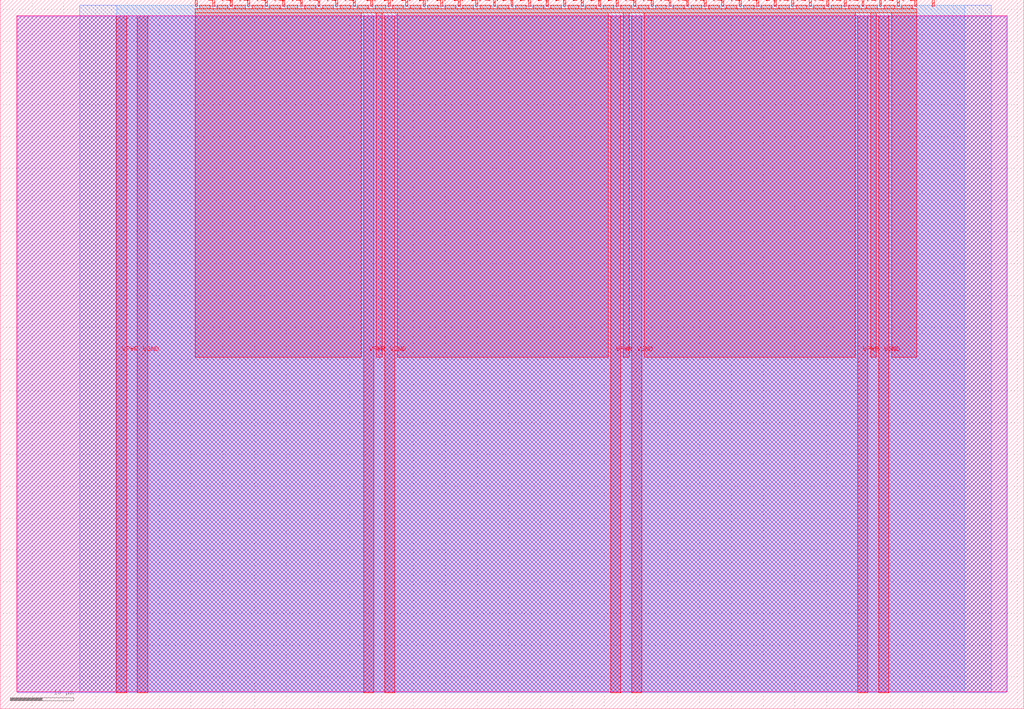
<source format=lef>
VERSION 5.7 ;
  NOWIREEXTENSIONATPIN ON ;
  DIVIDERCHAR "/" ;
  BUSBITCHARS "[]" ;
MACRO tt_um_tinysynth
  CLASS BLOCK ;
  FOREIGN tt_um_tinysynth ;
  ORIGIN 0.000 0.000 ;
  SIZE 161.000 BY 111.520 ;
  PIN VGND
    DIRECTION INOUT ;
    USE GROUND ;
    PORT
      LAYER met4 ;
        RECT 21.580 2.480 23.180 109.040 ;
    END
    PORT
      LAYER met4 ;
        RECT 60.450 2.480 62.050 109.040 ;
    END
    PORT
      LAYER met4 ;
        RECT 99.320 2.480 100.920 109.040 ;
    END
    PORT
      LAYER met4 ;
        RECT 138.190 2.480 139.790 109.040 ;
    END
  END VGND
  PIN VPWR
    DIRECTION INOUT ;
    USE POWER ;
    PORT
      LAYER met4 ;
        RECT 18.280 2.480 19.880 109.040 ;
    END
    PORT
      LAYER met4 ;
        RECT 57.150 2.480 58.750 109.040 ;
    END
    PORT
      LAYER met4 ;
        RECT 96.020 2.480 97.620 109.040 ;
    END
    PORT
      LAYER met4 ;
        RECT 134.890 2.480 136.490 109.040 ;
    END
  END VPWR
  PIN clk
    DIRECTION INPUT ;
    USE SIGNAL ;
    ANTENNAGATEAREA 0.852000 ;
    PORT
      LAYER met4 ;
        RECT 143.830 110.520 144.130 111.520 ;
    END
  END clk
  PIN ena
    DIRECTION INPUT ;
    USE SIGNAL ;
    PORT
      LAYER met4 ;
        RECT 146.590 110.520 146.890 111.520 ;
    END
  END ena
  PIN rst_n
    DIRECTION INPUT ;
    USE SIGNAL ;
    ANTENNAGATEAREA 0.213000 ;
    PORT
      LAYER met4 ;
        RECT 141.070 110.520 141.370 111.520 ;
    END
  END rst_n
  PIN ui_in[0]
    DIRECTION INPUT ;
    USE SIGNAL ;
    PORT
      LAYER met4 ;
        RECT 138.310 110.520 138.610 111.520 ;
    END
  END ui_in[0]
  PIN ui_in[1]
    DIRECTION INPUT ;
    USE SIGNAL ;
    ANTENNAGATEAREA 0.196500 ;
    PORT
      LAYER met4 ;
        RECT 135.550 110.520 135.850 111.520 ;
    END
  END ui_in[1]
  PIN ui_in[2]
    DIRECTION INPUT ;
    USE SIGNAL ;
    PORT
      LAYER met4 ;
        RECT 132.790 110.520 133.090 111.520 ;
    END
  END ui_in[2]
  PIN ui_in[3]
    DIRECTION INPUT ;
    USE SIGNAL ;
    PORT
      LAYER met4 ;
        RECT 130.030 110.520 130.330 111.520 ;
    END
  END ui_in[3]
  PIN ui_in[4]
    DIRECTION INPUT ;
    USE SIGNAL ;
    PORT
      LAYER met4 ;
        RECT 127.270 110.520 127.570 111.520 ;
    END
  END ui_in[4]
  PIN ui_in[5]
    DIRECTION INPUT ;
    USE SIGNAL ;
    PORT
      LAYER met4 ;
        RECT 124.510 110.520 124.810 111.520 ;
    END
  END ui_in[5]
  PIN ui_in[6]
    DIRECTION INPUT ;
    USE SIGNAL ;
    PORT
      LAYER met4 ;
        RECT 121.750 110.520 122.050 111.520 ;
    END
  END ui_in[6]
  PIN ui_in[7]
    DIRECTION INPUT ;
    USE SIGNAL ;
    PORT
      LAYER met4 ;
        RECT 118.990 110.520 119.290 111.520 ;
    END
  END ui_in[7]
  PIN uio_in[0]
    DIRECTION INPUT ;
    USE SIGNAL ;
    PORT
      LAYER met4 ;
        RECT 116.230 110.520 116.530 111.520 ;
    END
  END uio_in[0]
  PIN uio_in[1]
    DIRECTION INPUT ;
    USE SIGNAL ;
    PORT
      LAYER met4 ;
        RECT 113.470 110.520 113.770 111.520 ;
    END
  END uio_in[1]
  PIN uio_in[2]
    DIRECTION INPUT ;
    USE SIGNAL ;
    PORT
      LAYER met4 ;
        RECT 110.710 110.520 111.010 111.520 ;
    END
  END uio_in[2]
  PIN uio_in[3]
    DIRECTION INPUT ;
    USE SIGNAL ;
    PORT
      LAYER met4 ;
        RECT 107.950 110.520 108.250 111.520 ;
    END
  END uio_in[3]
  PIN uio_in[4]
    DIRECTION INPUT ;
    USE SIGNAL ;
    PORT
      LAYER met4 ;
        RECT 105.190 110.520 105.490 111.520 ;
    END
  END uio_in[4]
  PIN uio_in[5]
    DIRECTION INPUT ;
    USE SIGNAL ;
    PORT
      LAYER met4 ;
        RECT 102.430 110.520 102.730 111.520 ;
    END
  END uio_in[5]
  PIN uio_in[6]
    DIRECTION INPUT ;
    USE SIGNAL ;
    PORT
      LAYER met4 ;
        RECT 99.670 110.520 99.970 111.520 ;
    END
  END uio_in[6]
  PIN uio_in[7]
    DIRECTION INPUT ;
    USE SIGNAL ;
    PORT
      LAYER met4 ;
        RECT 96.910 110.520 97.210 111.520 ;
    END
  END uio_in[7]
  PIN uio_oe[0]
    DIRECTION OUTPUT ;
    USE SIGNAL ;
    PORT
      LAYER met4 ;
        RECT 49.990 110.520 50.290 111.520 ;
    END
  END uio_oe[0]
  PIN uio_oe[1]
    DIRECTION OUTPUT ;
    USE SIGNAL ;
    PORT
      LAYER met4 ;
        RECT 47.230 110.520 47.530 111.520 ;
    END
  END uio_oe[1]
  PIN uio_oe[2]
    DIRECTION OUTPUT ;
    USE SIGNAL ;
    PORT
      LAYER met4 ;
        RECT 44.470 110.520 44.770 111.520 ;
    END
  END uio_oe[2]
  PIN uio_oe[3]
    DIRECTION OUTPUT ;
    USE SIGNAL ;
    PORT
      LAYER met4 ;
        RECT 41.710 110.520 42.010 111.520 ;
    END
  END uio_oe[3]
  PIN uio_oe[4]
    DIRECTION OUTPUT ;
    USE SIGNAL ;
    PORT
      LAYER met4 ;
        RECT 38.950 110.520 39.250 111.520 ;
    END
  END uio_oe[4]
  PIN uio_oe[5]
    DIRECTION OUTPUT ;
    USE SIGNAL ;
    PORT
      LAYER met4 ;
        RECT 36.190 110.520 36.490 111.520 ;
    END
  END uio_oe[5]
  PIN uio_oe[6]
    DIRECTION OUTPUT ;
    USE SIGNAL ;
    PORT
      LAYER met4 ;
        RECT 33.430 110.520 33.730 111.520 ;
    END
  END uio_oe[6]
  PIN uio_oe[7]
    DIRECTION OUTPUT ;
    USE SIGNAL ;
    PORT
      LAYER met4 ;
        RECT 30.670 110.520 30.970 111.520 ;
    END
  END uio_oe[7]
  PIN uio_out[0]
    DIRECTION OUTPUT ;
    USE SIGNAL ;
    PORT
      LAYER met4 ;
        RECT 72.070 110.520 72.370 111.520 ;
    END
  END uio_out[0]
  PIN uio_out[1]
    DIRECTION OUTPUT ;
    USE SIGNAL ;
    PORT
      LAYER met4 ;
        RECT 69.310 110.520 69.610 111.520 ;
    END
  END uio_out[1]
  PIN uio_out[2]
    DIRECTION OUTPUT ;
    USE SIGNAL ;
    PORT
      LAYER met4 ;
        RECT 66.550 110.520 66.850 111.520 ;
    END
  END uio_out[2]
  PIN uio_out[3]
    DIRECTION OUTPUT ;
    USE SIGNAL ;
    PORT
      LAYER met4 ;
        RECT 63.790 110.520 64.090 111.520 ;
    END
  END uio_out[3]
  PIN uio_out[4]
    DIRECTION OUTPUT ;
    USE SIGNAL ;
    PORT
      LAYER met4 ;
        RECT 61.030 110.520 61.330 111.520 ;
    END
  END uio_out[4]
  PIN uio_out[5]
    DIRECTION OUTPUT ;
    USE SIGNAL ;
    PORT
      LAYER met4 ;
        RECT 58.270 110.520 58.570 111.520 ;
    END
  END uio_out[5]
  PIN uio_out[6]
    DIRECTION OUTPUT ;
    USE SIGNAL ;
    PORT
      LAYER met4 ;
        RECT 55.510 110.520 55.810 111.520 ;
    END
  END uio_out[6]
  PIN uio_out[7]
    DIRECTION OUTPUT ;
    USE SIGNAL ;
    PORT
      LAYER met4 ;
        RECT 52.750 110.520 53.050 111.520 ;
    END
  END uio_out[7]
  PIN uo_out[0]
    DIRECTION OUTPUT ;
    USE SIGNAL ;
    ANTENNADIFFAREA 0.795200 ;
    PORT
      LAYER met4 ;
        RECT 94.150 110.520 94.450 111.520 ;
    END
  END uo_out[0]
  PIN uo_out[1]
    DIRECTION OUTPUT ;
    USE SIGNAL ;
    PORT
      LAYER met4 ;
        RECT 91.390 110.520 91.690 111.520 ;
    END
  END uo_out[1]
  PIN uo_out[2]
    DIRECTION OUTPUT ;
    USE SIGNAL ;
    PORT
      LAYER met4 ;
        RECT 88.630 110.520 88.930 111.520 ;
    END
  END uo_out[2]
  PIN uo_out[3]
    DIRECTION OUTPUT ;
    USE SIGNAL ;
    PORT
      LAYER met4 ;
        RECT 85.870 110.520 86.170 111.520 ;
    END
  END uo_out[3]
  PIN uo_out[4]
    DIRECTION OUTPUT ;
    USE SIGNAL ;
    PORT
      LAYER met4 ;
        RECT 83.110 110.520 83.410 111.520 ;
    END
  END uo_out[4]
  PIN uo_out[5]
    DIRECTION OUTPUT ;
    USE SIGNAL ;
    PORT
      LAYER met4 ;
        RECT 80.350 110.520 80.650 111.520 ;
    END
  END uo_out[5]
  PIN uo_out[6]
    DIRECTION OUTPUT ;
    USE SIGNAL ;
    PORT
      LAYER met4 ;
        RECT 77.590 110.520 77.890 111.520 ;
    END
  END uo_out[6]
  PIN uo_out[7]
    DIRECTION OUTPUT ;
    USE SIGNAL ;
    PORT
      LAYER met4 ;
        RECT 74.830 110.520 75.130 111.520 ;
    END
  END uo_out[7]
  OBS
      LAYER nwell ;
        RECT 2.570 2.635 158.430 108.990 ;
      LAYER li1 ;
        RECT 2.760 2.635 158.240 108.885 ;
      LAYER met1 ;
        RECT 2.760 2.480 158.240 109.040 ;
      LAYER met2 ;
        RECT 12.520 2.535 155.840 110.685 ;
      LAYER met3 ;
        RECT 18.290 2.555 151.735 110.665 ;
      LAYER met4 ;
        RECT 31.370 110.120 33.030 110.665 ;
        RECT 34.130 110.120 35.790 110.665 ;
        RECT 36.890 110.120 38.550 110.665 ;
        RECT 39.650 110.120 41.310 110.665 ;
        RECT 42.410 110.120 44.070 110.665 ;
        RECT 45.170 110.120 46.830 110.665 ;
        RECT 47.930 110.120 49.590 110.665 ;
        RECT 50.690 110.120 52.350 110.665 ;
        RECT 53.450 110.120 55.110 110.665 ;
        RECT 56.210 110.120 57.870 110.665 ;
        RECT 58.970 110.120 60.630 110.665 ;
        RECT 61.730 110.120 63.390 110.665 ;
        RECT 64.490 110.120 66.150 110.665 ;
        RECT 67.250 110.120 68.910 110.665 ;
        RECT 70.010 110.120 71.670 110.665 ;
        RECT 72.770 110.120 74.430 110.665 ;
        RECT 75.530 110.120 77.190 110.665 ;
        RECT 78.290 110.120 79.950 110.665 ;
        RECT 81.050 110.120 82.710 110.665 ;
        RECT 83.810 110.120 85.470 110.665 ;
        RECT 86.570 110.120 88.230 110.665 ;
        RECT 89.330 110.120 90.990 110.665 ;
        RECT 92.090 110.120 93.750 110.665 ;
        RECT 94.850 110.120 96.510 110.665 ;
        RECT 97.610 110.120 99.270 110.665 ;
        RECT 100.370 110.120 102.030 110.665 ;
        RECT 103.130 110.120 104.790 110.665 ;
        RECT 105.890 110.120 107.550 110.665 ;
        RECT 108.650 110.120 110.310 110.665 ;
        RECT 111.410 110.120 113.070 110.665 ;
        RECT 114.170 110.120 115.830 110.665 ;
        RECT 116.930 110.120 118.590 110.665 ;
        RECT 119.690 110.120 121.350 110.665 ;
        RECT 122.450 110.120 124.110 110.665 ;
        RECT 125.210 110.120 126.870 110.665 ;
        RECT 127.970 110.120 129.630 110.665 ;
        RECT 130.730 110.120 132.390 110.665 ;
        RECT 133.490 110.120 135.150 110.665 ;
        RECT 136.250 110.120 137.910 110.665 ;
        RECT 139.010 110.120 140.670 110.665 ;
        RECT 141.770 110.120 143.430 110.665 ;
        RECT 30.655 109.440 144.145 110.120 ;
        RECT 30.655 55.255 56.750 109.440 ;
        RECT 59.150 55.255 60.050 109.440 ;
        RECT 62.450 55.255 95.620 109.440 ;
        RECT 98.020 55.255 98.920 109.440 ;
        RECT 101.320 55.255 134.490 109.440 ;
        RECT 136.890 55.255 137.790 109.440 ;
        RECT 140.190 55.255 144.145 109.440 ;
  END
END tt_um_tinysynth
END LIBRARY


</source>
